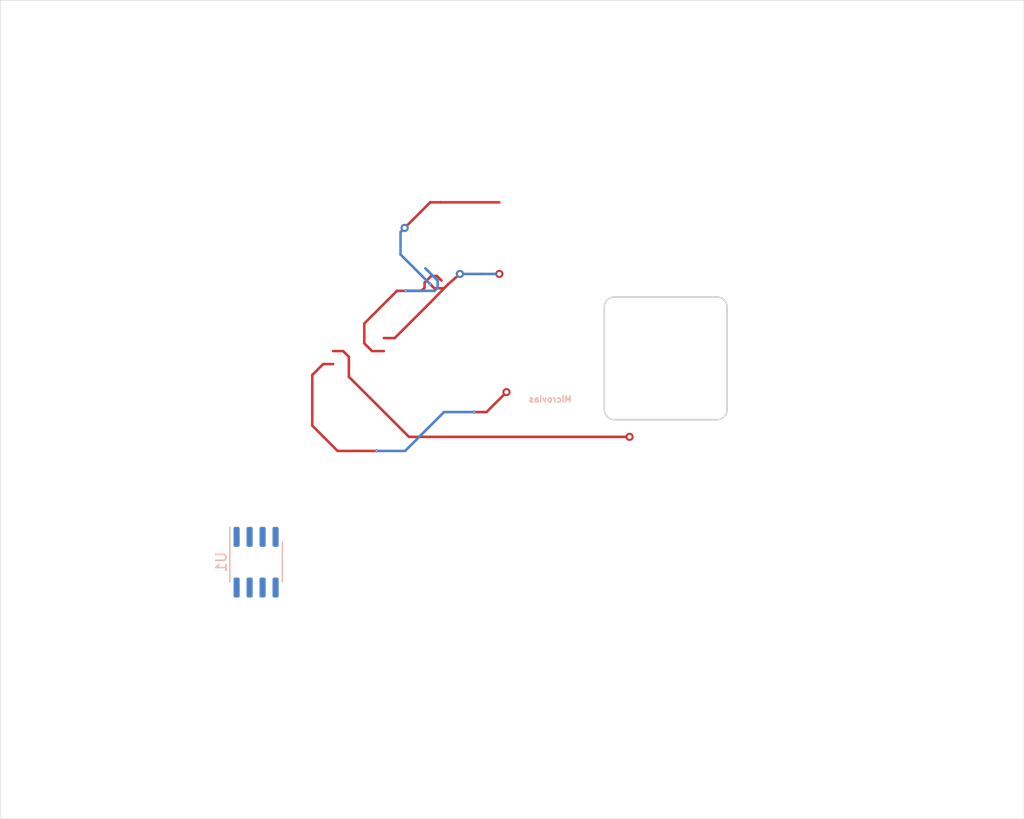
<source format=kicad_pcb>
(kicad_pcb (version 20241228) (generator "pcbnew") (generator_version "9.0")
  (layers (0 "F.Cu" signal) (4 "In1.Cu" signal) (6 "In2.Cu" signal) (2 "B.Cu" signal) (13 "F.Paste" user) (15 "B.Paste" user) (5 "F.SilkS" user "F.Silkscreen") (7 "B.SilkS" user "B.Silkscreen") (1 "F.Mask" user) (3 "B.Mask" user) (25 "Edge.Cuts" user))
  (net 0 "")
  (net 1 "Net-(U1-Pad8)")
  (net 2 "Net-(U1-Pad7)")
  (net 3 "Net-(U1-Pad6)")
  (net 4 "Net-(U1-Pad5)")
  (net 5 "Net-(U1-Pad4)")
  (net 6 "Net-(U1-Pad3)")
  (net 7 "Net-(U1-Pad2)")
  (net 8 "Net-(U1-Pad1)")
  (footprint "Package_SO:SOIC-8_3.9x4.9mm_P1.27mm" (layer "B.Cu") (at 153.006 116.393 -90)
    (property "Reference" "U1" (at 0 3.4 90) (layer "B.SilkS") (effects (justify mirror)))
    (property "Value" "LM555xM")
    (fp_line (start -3.45 2.56) (end 0 2.56) (stroke (width 0.12)) (layer "B.SilkS"))
    (fp_line (start 1.95 2.56) (end 0 2.56) (stroke (width 0.12)) (layer "B.SilkS"))
    (fp_line (start -1.95 -2.56) (end 0 -2.56) (stroke (width 0.12)) (layer "B.SilkS"))
    (fp_line (start 1.95 -2.56) (end 0 -2.56) (stroke (width 0.12)) (layer "B.SilkS"))
    (pad "1" smd roundrect (at -2.475 1.905 270) (size 1.95 0.6) (layers "B.Cu" "B.Mask" "B.Paste") (net 8 "Net-(U1-Pad1)"))
    (pad "2" smd roundrect (at -2.475 0.635 270) (size 1.95 0.6) (layers "B.Cu" "B.Mask" "B.Paste") (net 7 "Net-(U1-Pad2)"))
    (pad "3" smd roundrect (at -2.475 -0.635 270) (size 1.95 0.6) (layers "B.Cu" "B.Mask" "B.Paste") (net 6 "Net-(U1-Pad3)"))
    (pad "4" smd roundrect (at -2.475 -1.905 270) (size 1.95 0.6) (layers "B.Cu" "B.Mask" "B.Paste") (net 5 "Net-(U1-Pad4)"))
    (pad "5" smd roundrect (at 2.475 -1.905 270) (size 1.95 0.6) (layers "B.Cu" "B.Mask" "B.Paste") (net 4 "Net-(U1-Pad5)"))
    (pad "6" smd roundrect (at 2.475 -0.635 270) (size 1.95 0.6) (layers "B.Cu" "B.Mask" "B.Paste") (net 3 "Net-(U1-Pad6)"))
    (pad "7" smd roundrect (at 2.475 0.635 270) (size 1.95 0.6) (layers "B.Cu" "B.Mask" "B.Paste") (net 2 "Net-(U1-Pad7)"))
    (pad "8" smd roundrect (at 2.475 1.905 270) (size 1.95 0.6) (layers "B.Cu" "B.Mask" "B.Paste") (net 1 "Net-(U1-Pad8)"))
  )
  (gr_line (start 128.016 141.468) (end 128.016 61.468) (stroke (width 0.05)) (layer "Edge.Cuts"))
  (gr_arc (start 198.016 90.468) (mid 198.723107 90.760893) (end 199.016 91.468) (stroke (width 0.16)) (layer "Edge.Cuts"))
  (gr_line (start 187.016 91.468) (end 187.016 101.468) (stroke (width 0.16)) (layer "Edge.Cuts"))
  (gr_arc (start 199.016 101.468) (mid 198.723107 102.175107) (end 198.016 102.468) (stroke (width 0.16)) (layer "Edge.Cuts"))
  (gr_line (start 128.016 61.468) (end 228.016 61.468) (stroke (width 0.05)) (layer "Edge.Cuts"))
  (gr_line (start 228.016 61.468) (end 228.016 141.468) (stroke (width 0.05)) (layer "Edge.Cuts"))
  (gr_line (start 199.016 101.468) (end 199.016 91.468) (stroke (width 0.16)) (layer "Edge.Cuts"))
  (gr_line (start 188.016 102.468) (end 198.016 102.468) (stroke (width 0.16)) (layer "Edge.Cuts"))
  (gr_arc (start 188.016 102.468) (mid 187.308893 102.175107) (end 187.016 101.468) (stroke (width 0.16)) (layer "Edge.Cuts"))
  (gr_arc (start 187.016 91.468) (mid 187.308893 90.760893) (end 188.016 90.468) (stroke (width 0.16)) (layer "Edge.Cuts"))
  (gr_line (start 198.016 90.468) (end 188.016 90.468) (stroke (width 0.16)) (layer "Edge.Cuts"))
  (gr_line (start 228.016 141.468) (end 128.016 141.468) (stroke (width 0.05)) (layer "Edge.Cuts"))
  (gr_text "Microvias" (at 183.896 100.468 0) (layer "B.SilkS") (effects (font (size 0.6 0.6) (thickness 0.12)) (justify left mirror)))
  (segment (start 172.916 88.218) (end 172.916 88.218) (width 0.25) (layer "F.Cu") (net 1))
  (segment (start 171.766 89.218) (end 172.916 88.218) (width 0.25) (layer "F.Cu") (net 1))
  (segment (start 171.016 81.218) (end 170.016 81.218) (width 0.25) (layer "F.Cu") (net 1))
  (segment (start 166.544836 94.488) (end 170.040418 90.992418) (width 0.25) (layer "F.Cu") (net 1))
  (segment (start 170.016 89.218) (end 170.415999 89.617999) (width 0.25) (layer "F.Cu") (net 1))
  (segment (start 176.765 88.218) (end 176.767 88.218) (width 0.8) (layer "F.Cu") (net 1))
  (segment (start 170.415999 89.617999) (end 171.366001 89.617999) (width 0.25) (layer "F.Cu") (net 1))
  (segment (start 170.016 81.218) (end 167.516 83.718) (width 0.25) (layer "F.Cu") (net 1))
  (segment (start 165.481 94.488) (end 166.544836 94.488) (width 0.25) (layer "F.Cu") (net 1))
  (segment (start 170.040418 90.992418) (end 171.766 89.218) (width 0.25) (layer "F.Cu") (net 1))
  (segment (start 176.766 81.218) (end 171.016 81.218) (width 0.25) (layer "F.Cu") (net 1))
  (segment (start 171.366001 89.617999) (end 171.766 89.218) (width 0.25) (layer "F.Cu") (net 1))
  (via (at 170.016 89.218) (size 0.3) (drill 0.1) (layers "F.Cu" "B.Cu") (net 1))
  (via (at 172.916 88.218) (size 0.8) (drill 0.4) (layers "F.Cu" "B.Cu") (net 1))
  (via (at 176.766 88.218) (size 0.42) (drill 0.4) (layers "F.Cu" "B.Cu") (net 1))
  (via (at 167.516 83.718) (size 0.8) (drill 0.4) (layers "F.Cu" "B.Cu") (net 1))
  (segment (start 172.916 88.218) (end 175.016 88.218) (width 0.25) (layer "B.Cu") (net 1))
  (segment (start 167.116001 86.318001) (end 170.016 89.218) (width 0.25) (layer "B.Cu") (net 1))
  (segment (start 175.016 88.218) (end 176.766 88.218) (width 0.25) (layer "B.Cu") (net 1))
  (segment (start 167.116001 84.117999) (end 167.116001 86.318001) (width 0.25) (layer "B.Cu") (net 1))
  (segment (start 167.516 83.718) (end 167.116001 84.117999) (width 0.25) (layer "B.Cu") (net 1))
  (segment (start 169.466 89.064998) (end 169.466 89.568) (width 0.25) (layer "F.Cu") (net 2))
  (segment (start 170.666 88.418) (end 170.112998 88.418) (width 0.25) (layer "F.Cu") (net 2))
  (segment (start 164.338 95.758) (end 165.481 95.758) (width 0.25) (layer "F.Cu") (net 2))
  (segment (start 167.616 89.868) (end 166.766 89.868) (width 0.25) (layer "F.Cu") (net 2))
  (segment (start 166.766 89.868) (end 163.576 93.058) (width 0.25) (layer "F.Cu") (net 2))
  (segment (start 170.112998 88.418) (end 169.466 89.064998) (width 0.25) (layer "F.Cu") (net 2))
  (segment (start 171.116 88.868) (end 170.666 88.418) (width 0.25) (layer "F.Cu") (net 2))
  (segment (start 163.576 94.996) (end 164.338 95.758) (width 0.25) (layer "F.Cu") (net 2))
  (segment (start 169.166 89.868) (end 167.616 89.868) (width 0.25) (layer "F.Cu") (net 2))
  (segment (start 163.576 93.058) (end 163.576 94.996) (width 0.25) (layer "F.Cu") (net 2))
  (segment (start 169.466 89.568) (end 169.166 89.868) (width 0.25) (layer "F.Cu") (net 2))
  (via (at 167.616 89.868) (size 0.3) (drill 0.1) (layers "F.Cu" "B.Cu") (net 2))
  (segment (start 170.439002 89.868) (end 167.828132 89.868) (width 0.25) (layer "B.Cu") (net 2))
  (segment (start 169.539002 87.668) (end 170.741001 88.869999) (width 0.25) (layer "B.Cu") (net 2))
  (segment (start 170.741001 89.566001) (end 170.439002 89.868) (width 0.25) (layer "B.Cu") (net 2))
  (segment (start 170.741001 88.869999) (end 170.741001 89.566001) (width 0.25) (layer "B.Cu") (net 2))
  (segment (start 167.828132 89.868) (end 167.616 89.868) (width 0.25) (layer "B.Cu") (net 2))
  (segment (start 160.531 97.028) (end 159.556 97.028) (width 0.25) (layer "F.Cu") (net 6))
  (segment (start 177.066001 100.167999) (end 177.466 99.768) (width 0.25) (layer "F.Cu") (net 6))
  (segment (start 160.966 105.518) (end 164.766 105.518) (width 0.25) (layer "F.Cu") (net 6))
  (segment (start 159.556 97.028) (end 158.496 98.088) (width 0.25) (layer "F.Cu") (net 6))
  (segment (start 159.55 104.102) (end 160.966 105.518) (width 0.25) (layer "F.Cu") (net 6))
  (segment (start 158.496 98.088) (end 158.496 103.048) (width 0.25) (layer "F.Cu") (net 6))
  (segment (start 174.316 101.718) (end 175.516 101.718) (width 0.25) (layer "F.Cu") (net 6))
  (segment (start 177.465 99.768) (end 177.467 99.768) (width 0.8) (layer "F.Cu") (net 6))
  (segment (start 175.516 101.718) (end 177.066001 100.167999) (width 0.25) (layer "F.Cu") (net 6))
  (segment (start 159.490999 104.042999) (end 159.55 104.102) (width 0.25) (layer "F.Cu") (net 6))
  (segment (start 158.496 103.048) (end 159.55 104.102) (width 0.25) (layer "F.Cu") (net 6))
  (via (at 177.466 99.768) (size 0.42) (drill 0.4) (layers "F.Cu" "B.Cu") (net 6))
  (via (at 174.316 101.718) (size 0.3) (drill 0.1) (layers "F.Cu" "B.Cu") (net 6))
  (via (at 164.766 105.518) (size 0.3) (drill 0.1) (layers "F.Cu" "B.Cu") (net 6))
  (segment (start 167.566 105.518) (end 171.366 101.718) (width 0.25) (layer "B.Cu") (net 6))
  (segment (start 171.366 101.718) (end 174.316 101.718) (width 0.25) (layer "B.Cu") (net 6))
  (segment (start 164.766 105.518) (end 167.566 105.518) (width 0.25) (layer "B.Cu") (net 6))
  (segment (start 162.066 98.268) (end 167.938004 104.140004) (width 0.25) (layer "F.Cu") (net 7))
  (segment (start 162.066 96.318) (end 162.066 98.268) (width 0.25) (layer "F.Cu") (net 7))
  (segment (start 167.938004 104.140004) (end 189.484 104.140004) (width 0.25) (layer "F.Cu") (net 7))
  (segment (start 160.531 95.758) (end 161.506 95.758) (width 0.25) (layer "F.Cu") (net 7))
  (segment (start 189.483 104.140004) (end 189.485 104.140004) (width 0.8) (layer "F.Cu") (net 7))
  (segment (start 161.506 95.758) (end 162.066 96.318) (width 0.25) (layer "F.Cu") (net 7))
  (via (at 189.484 104.140004) (size 0.42) (drill 0.4) (layers "F.Cu" "B.Cu") (net 7))
)
</source>
